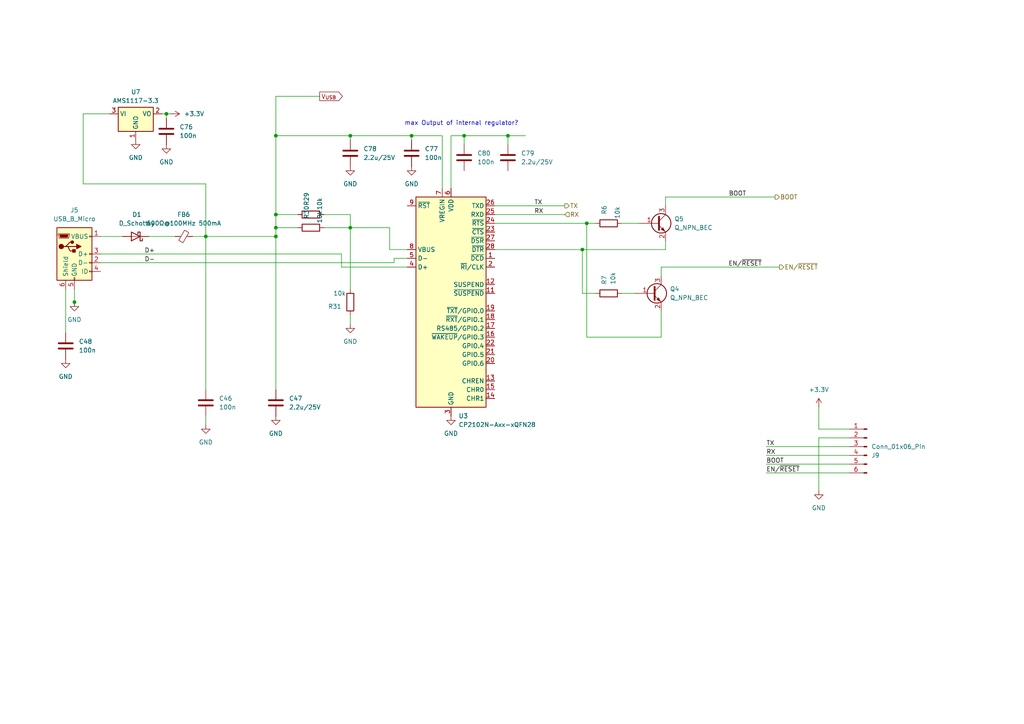
<source format=kicad_sch>
(kicad_sch (version 20231120) (generator "eeschema") (generator_version "8.0")
  (paper "A4")
  (lib_symbols
    (symbol "Connector:Conn_01x06_Pin" (pin_names (offset 1.016) hide)
      (property "Reference" "J" (at 0 7.62 0))
      (property "Value" "Conn_01x06_Pin" (at 0 -10.16 0))
      (symbol "Conn_01x06_Pin_1_1"
        (polyline (pts (xy 1.27 -7.62) (xy 0.8636 -7.62)) (stroke (width 0.1524)))
        (polyline (pts (xy 1.27 -5.08) (xy 0.8636 -5.08)) (stroke (width 0.1524)))
        (polyline (pts (xy 1.27 -2.54) (xy 0.8636 -2.54)) (stroke (width 0.1524)))
        (polyline (pts (xy 1.27 0) (xy 0.8636 0)) (stroke (width 0.1524)))
        (polyline (pts (xy 1.27 2.54) (xy 0.8636 2.54)) (stroke (width 0.1524)))
        (polyline (pts (xy 1.27 5.08) (xy 0.8636 5.08)) (stroke (width 0.1524)))
        (rectangle (start 0.8636 -7.493) (end 0 -7.747) (stroke (width 0.1524)) (fill (type outline)))
        (rectangle (start 0.8636 -4.953) (end 0 -5.207) (stroke (width 0.1524)) (fill (type outline)))
        (rectangle (start 0.8636 -2.413) (end 0 -2.667) (stroke (width 0.1524)) (fill (type outline)))
        (rectangle (start 0.8636 0.127) (end 0 -0.127) (stroke (width 0.1524)) (fill (type outline)))
        (rectangle (start 0.8636 2.667) (end 0 2.413) (stroke (width 0.1524)) (fill (type outline)))
        (rectangle (start 0.8636 5.207) (end 0 4.953) (stroke (width 0.1524)) (fill (type outline)))
        (pin passive line (at 5.08 5.08 180) (length 3.81) (name "Pin_1") (number "1"))
        (pin passive line (at 5.08 2.54 180) (length 3.81) (name "Pin_2") (number "2"))
        (pin passive line (at 5.08 0 180) (length 3.81) (name "Pin_3") (number "3"))
        (pin passive line (at 5.08 -2.54 180) (length 3.81) (name "Pin_4") (number "4"))
        (pin passive line (at 5.08 -5.08 180) (length 3.81) (name "Pin_5") (number "5"))
        (pin passive line (at 5.08 -7.62 180) (length 3.81) (name "Pin_6") (number "6"))
      )
    )
    (symbol "Connector:USB_B_Micro" (pin_names (offset 1.016))
      (property "Reference" "J" (at -5.08 11.43 0))
      (property "Value" "USB_B_Micro" (at -5.08 8.89 0))
      (symbol "USB_B_Micro_0_1"
        (rectangle (start -5.08 -7.62) (end 5.08 7.62) (stroke (width 0.254)) (fill (type background)))
        (circle (center -3.81 2.159) (radius 0.635) (stroke (width 0.254)) (fill (type outline)))
        (circle (center -0.635 3.429) (radius 0.381) (stroke (width 0.254)) (fill (type outline)))
        (rectangle (start -0.127 -7.62) (end 0.127 -6.858))
        (polyline (pts (xy -1.905 2.159) (xy 0.635 2.159)) (stroke (width 0.254)))
        (polyline (pts (xy -3.175 2.159) (xy -2.54 2.159) (xy -1.27 3.429) (xy -0.635 3.429)) (stroke (width 0.254)))
        (polyline (pts (xy -2.54 2.159) (xy -1.905 2.159) (xy -1.27 0.889) (xy 0 0.889)) (stroke (width 0.254)))
        (polyline (pts (xy 0.635 2.794) (xy 0.635 1.524) (xy 1.905 2.159) (xy 0.635 2.794)) (stroke (width 0.254)) (fill (type outline)))
        (polyline (pts (xy -4.318 5.588) (xy -1.778 5.588) (xy -2.032 4.826) (xy -4.064 4.826) (xy -4.318 5.588)) (fill (type outline)))
        (polyline (pts (xy -4.699 5.842) (xy -4.699 5.588) (xy -4.445 4.826) (xy -4.445 4.572) (xy -1.651 4.572) (xy -1.651 4.826) (xy -1.397 5.588) (xy -1.397 5.842) (xy -4.699 5.842)))
        (rectangle (start 0.254 1.27) (end -0.508 0.508) (stroke (width 0.254)) (fill (type outline)))
        (rectangle (start 5.08 -5.207) (end 4.318 -4.953))
        (rectangle (start 5.08 -2.667) (end 4.318 -2.413))
        (rectangle (start 5.08 -0.127) (end 4.318 0.127))
        (rectangle (start 5.08 4.953) (end 4.318 5.207))
      )
      (symbol "USB_B_Micro_1_1"
        (pin power_out line (at 7.62 5.08 180) (length 2.54) (name "VBUS") (number "1"))
        (pin bidirectional line (at 7.62 -2.54 180) (length 2.54) (name "D-") (number "2"))
        (pin bidirectional line (at 7.62 0 180) (length 2.54) (name "D+") (number "3"))
        (pin passive line (at 7.62 -5.08 180) (length 2.54) (name "ID") (number "4"))
        (pin power_out line (at 0 -10.16 90) (length 2.54) (name "GND") (number "5"))
        (pin passive line (at -2.54 -10.16 90) (length 2.54) (name "Shield") (number "6"))
      )
    )
    (symbol "Device:C" (pin_numbers hide) (pin_names (offset 0.254))
      (property "Reference" "C" (at 0.635 2.54 0))
      (property "Value" "C" (at 0.635 -2.54 0))
      (symbol "C_0_1"
        (polyline (pts (xy -2.032 -0.762) (xy 2.032 -0.762)) (stroke (width 0.508)))
        (polyline (pts (xy -2.032 0.762) (xy 2.032 0.762)) (stroke (width 0.508)))
      )
      (symbol "C_1_1"
        (pin passive line (at 0 3.81 270) (length 2.794) (name "~") (number "1"))
        (pin passive line (at 0 -3.81 90) (length 2.794) (name "~") (number "2"))
      )
    )
    (symbol "Device:D_Schottky" (pin_numbers hide) (pin_names (offset 1.016) hide)
      (property "Reference" "D" (at 0 2.54 0))
      (property "Value" "D_Schottky" (at 0 -2.54 0))
      (symbol "D_Schottky_0_1"
        (polyline (pts (xy 1.27 0) (xy -1.27 0)))
        (polyline (pts (xy 1.27 1.27) (xy 1.27 -1.27) (xy -1.27 0) (xy 1.27 1.27)) (stroke (width 0.254)))
        (polyline (pts (xy -1.905 0.635) (xy -1.905 1.27) (xy -1.27 1.27) (xy -1.27 -1.27) (xy -0.635 -1.27) (xy -0.635 -0.635)) (stroke (width 0.254)))
      )
      (symbol "D_Schottky_1_1"
        (pin passive line (at -3.81 0 0) (length 2.54) (name "K") (number "1"))
        (pin passive line (at 3.81 0 180) (length 2.54) (name "A") (number "2"))
      )
    )
    (symbol "Device:FerriteBead_Small" (pin_numbers hide) (pin_names (offset 0))
      (property "Reference" "FB" (at 1.905 1.27 0))
      (property "Value" "FerriteBead_Small" (at 1.905 -1.27 0))
      (symbol "FerriteBead_Small_0_1"
        (polyline (pts (xy 0 -1.27) (xy 0 -0.7874)))
        (polyline (pts (xy 0 0.889) (xy 0 1.2954)))
        (polyline (pts (xy -1.8288 0.2794) (xy -1.1176 1.4986) (xy 1.8288 -0.2032) (xy 1.1176 -1.4224) (xy -1.8288 0.2794)))
      )
      (symbol "FerriteBead_Small_1_1"
        (pin passive line (at 0 2.54 270) (length 1.27) (name "~") (number "1"))
        (pin passive line (at 0 -2.54 90) (length 1.27) (name "~") (number "2"))
      )
    )
    (symbol "Device:Q_NPN_BEC" (pin_names (offset 0) hide)
      (property "Reference" "Q" (at 5.08 1.27 0))
      (property "Value" "Q_NPN_BEC" (at 5.08 -1.27 0))
      (symbol "Q_NPN_BEC_0_1"
        (polyline (pts (xy 0.635 0.635) (xy 2.54 2.54)))
        (polyline (pts (xy 0.635 -0.635) (xy 2.54 -2.54) (xy 2.54 -2.54)))
        (polyline (pts (xy 0.635 1.905) (xy 0.635 -1.905) (xy 0.635 -1.905)) (stroke (width 0.508)))
        (polyline (pts (xy 1.27 -1.778) (xy 1.778 -1.27) (xy 2.286 -2.286) (xy 1.27 -1.778) (xy 1.27 -1.778)) (fill (type outline)))
        (circle (center 1.27 0) (radius 2.8194) (stroke (width 0.254)))
      )
      (symbol "Q_NPN_BEC_1_1"
        (pin input line (at -5.08 0 0) (length 5.715) (name "B") (number "1"))
        (pin passive line (at 2.54 -5.08 90) (length 2.54) (name "E") (number "2"))
        (pin passive line (at 2.54 5.08 270) (length 2.54) (name "C") (number "3"))
      )
    )
    (symbol "Device:R" (pin_numbers hide) (pin_names (offset 0))
      (property "Reference" "R" (at 2.032 0 90))
      (property "Value" "R" (at 0 0 90))
      (symbol "R_0_1"
        (rectangle (start -1.016 -2.54) (end 1.016 2.54) (stroke (width 0.254)))
      )
      (symbol "R_1_1"
        (pin passive line (at 0 3.81 270) (length 1.27) (name "~") (number "1"))
        (pin passive line (at 0 -3.81 90) (length 1.27) (name "~") (number "2"))
      )
    )
    (symbol "Interface_USB:CP2102N-Axx-xQFN28"
      (property "Reference" "U" (at -8.89 31.75 0))
      (property "Value" "CP2102N-Axx-xQFN28" (at 12.7 31.75 0))
      (symbol "CP2102N-Axx-xQFN28_0_1"
        (rectangle (start -10.16 30.48) (end 10.16 -30.48) (stroke (width 0.254)) (fill (type background)))
      )
      (symbol "CP2102N-Axx-xQFN28_1_1"
        (pin input line (at 12.7 12.7 180) (length 2.54) (name "~{DCD}") (number "1"))
        (pin no_connect line (at -10.16 -27.94 0) (length 2.54) hide (name "NC") (number "10"))
        (pin output line (at 12.7 2.54 180) (length 2.54) (name "~{SUSPEND}") (number "11"))
        (pin output line (at 12.7 5.08 180) (length 2.54) (name "SUSPEND") (number "12"))
        (pin output line (at 12.7 -22.86 180) (length 2.54) (name "CHREN") (number "13"))
        (pin output line (at 12.7 -27.94 180) (length 2.54) (name "CHR1") (number "14"))
        (pin output line (at 12.7 -25.4 180) (length 2.54) (name "CHR0") (number "15"))
        (pin bidirectional line (at 12.7 -10.16 180) (length 2.54) (name "~{WAKEUP}/GPIO.3") (number "16"))
        (pin bidirectional line (at 12.7 -7.62 180) (length 2.54) (name "RS485/GPIO.2") (number "17"))
        (pin bidirectional line (at 12.7 -5.08 180) (length 2.54) (name "~{RXT}/GPIO.1") (number "18"))
        (pin bidirectional line (at 12.7 -2.54 180) (length 2.54) (name "~{TXT}/GPIO.0") (number "19"))
        (pin bidirectional line (at 12.7 10.16 180) (length 2.54) (name "~{RI}/CLK") (number "2"))
        (pin bidirectional line (at 12.7 -17.78 180) (length 2.54) (name "GPIO.6") (number "20"))
        (pin bidirectional line (at 12.7 -15.24 180) (length 2.54) (name "GPIO.5") (number "21"))
        (pin bidirectional line (at 12.7 -12.7 180) (length 2.54) (name "GPIO.4") (number "22"))
        (pin input line (at 12.7 20.32 180) (length 2.54) (name "~{CTS}") (number "23"))
        (pin output line (at 12.7 22.86 180) (length 2.54) (name "~{RTS}") (number "24"))
        (pin input line (at 12.7 25.4 180) (length 2.54) (name "RXD") (number "25"))
        (pin output line (at 12.7 27.94 180) (length 2.54) (name "TXD") (number "26"))
        (pin input line (at 12.7 17.78 180) (length 2.54) (name "~{DSR}") (number "27"))
        (pin output line (at 12.7 15.24 180) (length 2.54) (name "~{DTR}") (number "28"))
        (pin passive line (at 0 -33.02 90) (length 2.54) hide (name "GND") (number "29"))
        (pin power_in line (at 0 -33.02 90) (length 2.54) (name "GND") (number "3"))
        (pin bidirectional line (at -12.7 10.16 0) (length 2.54) (name "D+") (number "4"))
        (pin bidirectional line (at -12.7 12.7 0) (length 2.54) (name "D-") (number "5"))
        (pin power_in line (at 0 33.02 270) (length 2.54) (name "VDD") (number "6"))
        (pin power_in line (at -2.54 33.02 270) (length 2.54) (name "VREGIN") (number "7"))
        (pin input line (at -12.7 15.24 0) (length 2.54) (name "VBUS") (number "8"))
        (pin input line (at -12.7 27.94 0) (length 2.54) (name "~{RST}") (number "9"))
      )
    )
    (symbol "Regulator_Linear:AMS1117-3.3"
      (property "Reference" "U" (at -3.81 3.175 0))
      (property "Value" "AMS1117-3.3" (at 0 3.175 0))
      (symbol "AMS1117-3.3_0_1"
        (rectangle (start -5.08 -5.08) (end 5.08 1.905) (stroke (width 0.254)) (fill (type background)))
      )
      (symbol "AMS1117-3.3_1_1"
        (pin power_in line (at 0 -7.62 90) (length 2.54) (name "GND") (number "1"))
        (pin power_out line (at 7.62 0 180) (length 2.54) (name "VO") (number "2"))
        (pin power_in line (at -7.62 0 0) (length 2.54) (name "VI") (number "3"))
      )
    )
    (symbol "power:+3.3V" (power) (pin_numbers hide) (pin_names (offset 0) hide)
      (property "Value" "+3.3V" (at 0 3.556 0))
      (symbol "+3.3V_0_1"
        (polyline (pts (xy -0.762 1.27) (xy 0 2.54)))
        (polyline (pts (xy 0 0) (xy 0 2.54)))
        (polyline (pts (xy 0 2.54) (xy 0.762 1.27)))
      )
      (symbol "+3.3V_1_1"
        (pin power_in line (at 0 0 90) (length 0) (name "~") (number "1"))
      )
    )
    (symbol "power:GND" (power) (pin_numbers hide) (pin_names (offset 0) hide)
      (property "Value" "GND" (at 0 -3.81 0))
      (symbol "GND_0_1"
        (polyline (pts (xy 0 0) (xy 0 -1.27) (xy 1.27 -1.27) (xy 0 -2.54) (xy -1.27 -1.27) (xy 0 -1.27)))
      )
      (symbol "GND_1_1"
        (pin power_in line (at 0 0 270) (length 0) (name "~") (number "1"))
      )
    )
  )
  (junction (at 168.91 72.39))
  (junction (at 119.38 39.37))
  (junction (at 101.6 66.04))
  (junction (at 170.18 64.77))
  (junction (at 80.01 39.37))
  (junction (at 147.32 39.37))
  (junction (at 59.69 68.58))
  (junction (at 80.01 62.23))
  (junction (at 80.01 68.58))
  (junction (at 101.6 39.37))
  (junction (at 80.01 66.04))
  (junction (at 134.62 39.37))
  (junction (at 21.59 87.63))
  (junction (at 48.26 33.02))
  (wire (pts (xy 168.91 72.39) (xy 168.91 85.09)))
  (wire (pts (xy 48.26 33.02) (xy 49.53 33.02)))
  (wire (pts (xy 46.99 33.02) (xy 48.26 33.02)))
  (wire (pts (xy 93.98 66.04) (xy 101.6 66.04)))
  (wire (pts (xy 193.04 59.69) (xy 193.04 57.15)))
  (wire (pts (xy 128.27 54.61) (xy 128.27 39.37)))
  (wire (pts (xy 80.01 62.23) (xy 80.01 66.04)))
  (wire (pts (xy 237.49 127) (xy 237.49 142.24)))
  (wire (pts (xy 24.13 33.02) (xy 31.75 33.02)))
  (wire (pts (xy 80.01 39.37) (xy 101.6 39.37)))
  (wire (pts (xy 128.27 39.37) (xy 119.38 39.37)))
  (wire (pts (xy 80.01 68.58) (xy 80.01 113.03)))
  (wire (pts (xy 222.25 137.16) (xy 246.38 137.16)))
  (wire (pts (xy 29.21 76.2) (xy 114.3 76.2)))
  (wire (pts (xy 191.77 77.47) (xy 226.06 77.47)))
  (wire (pts (xy 222.25 134.62) (xy 246.38 134.62)))
  (wire (pts (xy 80.01 39.37) (xy 80.01 62.23)))
  (wire (pts (xy 119.38 39.37) (xy 119.38 40.64)))
  (wire (pts (xy 21.59 83.82) (xy 21.59 87.63)))
  (wire (pts (xy 59.69 68.58) (xy 80.01 68.58)))
  (wire (pts (xy 170.18 64.77) (xy 172.72 64.77)))
  (wire (pts (xy 48.26 33.02) (xy 48.26 34.29)))
  (wire (pts (xy 191.77 90.17) (xy 191.77 97.79)))
  (wire (pts (xy 222.25 132.08) (xy 246.38 132.08)))
  (wire (pts (xy 55.88 68.58) (xy 59.69 68.58)))
  (wire (pts (xy 59.69 68.58) (xy 59.69 53.34)))
  (wire (pts (xy 180.34 85.09) (xy 184.15 85.09)))
  (wire (pts (xy 101.6 40.64) (xy 101.6 39.37)))
  (wire (pts (xy 168.91 72.39) (xy 193.04 72.39)))
  (wire (pts (xy 114.3 74.93) (xy 118.11 74.93)))
  (wire (pts (xy 193.04 57.15) (xy 224.79 57.15)))
  (wire (pts (xy 143.51 59.69) (xy 163.83 59.69)))
  (wire (pts (xy 59.69 123.19) (xy 59.69 120.65)))
  (wire (pts (xy 237.49 124.46) (xy 246.38 124.46)))
  (wire (pts (xy 80.01 27.94) (xy 92.71 27.94)))
  (wire (pts (xy 101.6 39.37) (xy 119.38 39.37)))
  (wire (pts (xy 143.51 72.39) (xy 168.91 72.39)))
  (wire (pts (xy 80.01 27.94) (xy 80.01 39.37)))
  (wire (pts (xy 114.3 76.2) (xy 114.3 74.93)))
  (wire (pts (xy 113.03 72.39) (xy 118.11 72.39)))
  (wire (pts (xy 191.77 80.01) (xy 191.77 77.47)))
  (wire (pts (xy 80.01 62.23) (xy 86.36 62.23)))
  (wire (pts (xy 21.59 88.9) (xy 21.59 87.63)))
  (wire (pts (xy 168.91 85.09) (xy 172.72 85.09)))
  (wire (pts (xy 130.81 39.37) (xy 134.62 39.37)))
  (wire (pts (xy 237.49 127) (xy 246.38 127)))
  (wire (pts (xy 29.21 73.66) (xy 99.06 73.66)))
  (wire (pts (xy 222.25 129.54) (xy 246.38 129.54)))
  (wire (pts (xy 130.81 54.61) (xy 130.81 39.37)))
  (wire (pts (xy 134.62 39.37) (xy 147.32 39.37)))
  (wire (pts (xy 24.13 53.34) (xy 24.13 33.02)))
  (wire (pts (xy 134.62 39.37) (xy 134.62 41.91)))
  (wire (pts (xy 147.32 39.37) (xy 152.4 39.37)))
  (wire (pts (xy 93.98 62.23) (xy 101.6 62.23)))
  (wire (pts (xy 59.69 113.03) (xy 59.69 68.58)))
  (wire (pts (xy 19.05 83.82) (xy 19.05 96.52)))
  (wire (pts (xy 80.01 66.04) (xy 80.01 68.58)))
  (wire (pts (xy 191.77 97.79) (xy 170.18 97.79)))
  (wire (pts (xy 86.36 66.04) (xy 80.01 66.04)))
  (wire (pts (xy 147.32 39.37) (xy 147.32 41.91)))
  (wire (pts (xy 170.18 64.77) (xy 170.18 97.79)))
  (wire (pts (xy 113.03 66.04) (xy 113.03 72.39)))
  (wire (pts (xy 50.8 68.58) (xy 43.18 68.58)))
  (wire (pts (xy 143.51 64.77) (xy 170.18 64.77)))
  (wire (pts (xy 59.69 53.34) (xy 24.13 53.34)))
  (wire (pts (xy 163.83 62.23) (xy 143.51 62.23)))
  (wire (pts (xy 99.06 77.47) (xy 118.11 77.47)))
  (wire (pts (xy 180.34 64.77) (xy 185.42 64.77)))
  (wire (pts (xy 35.56 68.58) (xy 29.21 68.58)))
  (wire (pts (xy 99.06 73.66) (xy 99.06 77.47)))
  (wire (pts (xy 101.6 66.04) (xy 101.6 62.23)))
  (wire (pts (xy 237.49 118.11) (xy 237.49 124.46)))
  (wire (pts (xy 101.6 66.04) (xy 101.6 83.82)))
  (wire (pts (xy 101.6 91.44) (xy 101.6 93.98)))
  (wire (pts (xy 101.6 66.04) (xy 113.03 66.04)))
  (wire (pts (xy 193.04 69.85) (xy 193.04 72.39)))
  (text "max Output of internal regulator?" (at 133.858 35.814 0) (effects (font (size 1.27 1.27))))
  (label "TX" (at 154.94 59.69 0))
  (label "RX" (at 154.94 62.23 0))
  (label "TX" (at 222.25 129.54 0))
  (label "BOOT" (at 211.3489 57.15 0))
  (label "RX" (at 222.25 132.08 0))
  (label "D-" (at 41.91 76.2 0))
  (label "BOOT" (at 222.25 134.62 0))
  (label "EN{slash}~{RESET}" (at 211.243 77.47 0))
  (label "D+" (at 41.91 73.66 0))
  (label "EN{slash}~{RESET}" (at 222.25 137.16 0))
  (global_label "V_{USB}" (shape output) (at 92.71 27.94 0) (property "Intersheetrefs" "${INTERSHEET_REFS}" (effects (hide yes))))
  (hierarchical_label "EN{slash}~{RESET}" (shape output) (at 226.06 77.47 0))
  (hierarchical_label "RX" (shape input) (at 163.83 62.23 0))
  (hierarchical_label "BOOT" (shape output) (at 224.79 57.15 0))
  (hierarchical_label "TX" (shape output) (at 163.83 59.69 0))
  (symbol (lib_id "power:GND") (at 19.05 104.14 0) (unit 1)
    (property "Reference" "#PWR074" (effects (hide yes)))
    (property "Value" "GND" (at 19.05 109.22 0))
    (property "Description" "Power symbol creates a global label with name \"GND\" , ground" (effects (hide yes)))
  )
  (symbol (lib_id "power:GND") (at 101.6 48.26 0) (unit 1)
    (property "Reference" "#PWR0100" (effects (hide yes)))
    (property "Value" "GND" (at 101.6 53.34 0))
    (property "Description" "Power symbol creates a global label with name \"GND\" , ground" (effects (hide yes)))
  )
  (symbol (lib_id "power:GND") (at 48.26 41.91 0) (unit 1)
    (property "Reference" "#PWR097" (effects (hide yes)))
    (property "Value" "GND" (at 48.26 46.99 0))
    (property "Description" "Power symbol creates a global label with name \"GND\" , ground" (effects (hide yes)))
  )
  (symbol (lib_id "Device:D_Schottky") (at 39.37 68.58 180) (unit 1)
    (property "Reference" "D1" (at 39.6875 62.23 0))
    (property "Value" "D_Schottky" (at 39.6875 64.77 0))
    (property "Footprint" "Diode_SMD:D_0603_1608Metric" (effects (hide yes)))
    (property "Description" "Schottky diode" (effects (hide yes)))
  )
  (symbol (lib_id "Device:C") (at 80.01 116.84 0) (unit 1)
    (property "Reference" "C47" (at 83.82 115.5699 0) (effects (justify left)))
    (property "Value" "2.2u/25V" (at 83.82 118.1099 0) (effects (justify left)))
    (property "Footprint" "Capacitor_SMD:C_0805_2012Metric" (effects (hide yes)))
    (property "Description" "Unpolarized capacitor" (effects (hide yes)))
  )
  (symbol (lib_id "Device:Q_NPN_BEC") (at 189.23 85.09 0) (unit 1)
    (property "Reference" "Q4" (at 194.31 83.8199 0) (effects (justify left)))
    (property "Value" "Q_NPN_BEC" (at 194.31 86.3599 0) (effects (justify left)))
    (property "Footprint" "Package_TO_SOT_SMD:SOT-23" (effects (hide yes)))
    (property "Description" "NPN transistor, base/emitter/collector" (effects (hide yes)))
  )
  (symbol (lib_id "power:GND") (at 119.38 48.26 0) (unit 1)
    (property "Reference" "#PWR099" (effects (hide yes)))
    (property "Value" "GND" (at 119.38 53.34 0))
    (property "Description" "Power symbol creates a global label with name \"GND\" , ground" (effects (hide yes)))
  )
  (symbol (lib_id "Device:R") (at 176.53 85.09 90) (unit 1)
    (property "Reference" "R7" (at 175.2599 82.55 0) (effects (justify left)))
    (property "Value" "10k" (at 177.7999 82.55 0) (effects (justify left)))
    (property "Footprint" "Resistor_SMD:R_0603_1608Metric" (effects (hide yes)))
    (property "Description" "Resistor" (effects (hide yes)))
  )
  (symbol (lib_id "power:GND") (at 39.37 40.64 0) (unit 1)
    (property "Reference" "#PWR096" (effects (hide yes)))
    (property "Value" "GND" (at 39.37 45.72 0))
    (property "Description" "Power symbol creates a global label with name \"GND\" , ground" (effects (hide yes)))
  )
  (symbol (lib_id "power:GND") (at 237.49 142.24 0) (unit 1)
    (property "Reference" "#PWR069" (effects (hide yes)))
    (property "Value" "GND" (at 237.49 147.32 0))
    (property "Description" "Power symbol creates a global label with name \"GND\" , ground" (effects (hide yes)))
  )
  (symbol (lib_id "power:GND") (at 101.6 93.98 0) (unit 1)
    (property "Reference" "#PWR0101" (effects (hide yes)))
    (property "Value" "GND" (at 101.6 99.06 0))
    (property "Description" "Power symbol creates a global label with name \"GND\" , ground" (effects (hide yes)))
  )
  (symbol (lib_id "power:+3.3V") (at 237.49 118.11 0) (unit 1)
    (property "Reference" "#PWR070" (effects (hide yes)))
    (property "Value" "+3.3V" (at 237.49 113.03 0))
    (property "Description" "Power symbol creates a global label with name \"+3.3V\"" (effects (hide yes)))
  )
  (symbol (lib_id "Device:Q_NPN_BEC") (at 190.5 64.77 0) (unit 1)
    (property "Reference" "Q5" (at 195.58 63.4999 0) (effects (justify left)))
    (property "Value" "Q_NPN_BEC" (at 195.58 66.0399 0) (effects (justify left)))
    (property "Footprint" "Package_TO_SOT_SMD:SOT-23" (effects (hide yes)))
    (property "Description" "NPN transistor, base/emitter/collector" (effects (hide yes)))
  )
  (symbol (lib_id "Regulator_Linear:AMS1117-3.3") (at 39.37 33.02 0) (unit 1)
    (property "Reference" "U7" (at 39.37 26.67 0))
    (property "Value" "AMS1117-3.3" (at 39.37 29.21 0))
    (property "Footprint" "Package_TO_SOT_SMD:SOT-223-3_TabPin2" (effects (hide yes)))
    (property "Datasheet" "http://www.advanced-monolithic.com/pdf/ds1117.pdf" (effects (hide yes)))
    (property "Description" "1A Low Dropout regulator, positive, 3.3V fixed output, SOT-223" (effects (hide yes)))
  )
  (symbol (lib_id "power:GND") (at 130.81 120.65 0) (unit 1)
    (property "Reference" "#PWR09" (effects (hide yes)))
    (property "Value" "GND" (at 130.81 125.73 0))
    (property "Description" "Power symbol creates a global label with name \"GND\" , ground" (effects (hide yes)))
  )
  (symbol (lib_id "Device:C") (at 59.69 116.84 0) (unit 1)
    (property "Reference" "C46" (at 63.5 115.5699 0) (effects (justify left)))
    (property "Value" "100n" (at 63.5 118.1099 0) (effects (justify left)))
    (property "Footprint" "Capacitor_SMD:C_0603_1608Metric" (effects (hide yes)))
    (property "Description" "Unpolarized capacitor" (effects (hide yes)))
  )
  (symbol (lib_id "Device:R") (at 90.17 62.23 90) (unit 1)
    (property "Reference" "R29" (at 88.8999 59.69 0) (effects (justify left)))
    (property "Value" "10k" (at 92.7099 60.96 0) (effects (justify left)))
    (property "Footprint" "Resistor_SMD:R_0603_1608Metric" (effects (hide yes)))
    (property "Description" "Resistor" (effects (hide yes)))
  )
  (symbol (lib_id "Device:R") (at 90.17 66.04 90) (unit 1)
    (property "Reference" "R30" (at 88.8999 63.5 0) (effects (justify left)))
    (property "Value" "10k" (at 92.7099 64.77 0) (effects (justify left)))
    (property "Footprint" "Resistor_SMD:R_0603_1608Metric" (effects (hide yes)))
    (property "Description" "Resistor" (effects (hide yes)))
  )
  (symbol (lib_id "Device:C") (at 147.32 45.72 0) (unit 1)
    (property "Reference" "C79" (at 151.13 44.4499 0) (effects (justify left)))
    (property "Value" "2.2u/25V" (at 151.13 46.9899 0) (effects (justify left)))
    (property "Footprint" "Capacitor_SMD:C_0805_2012Metric" (effects (hide yes)))
    (property "Description" "Unpolarized capacitor" (effects (hide yes)))
  )
  (symbol (lib_id "Device:C") (at 119.38 44.45 0) (unit 1)
    (property "Reference" "C77" (at 123.19 43.1799 0) (effects (justify left)))
    (property "Value" "100n" (at 123.19 45.7199 0) (effects (justify left)))
    (property "Footprint" "Capacitor_SMD:C_0603_1608Metric" (effects (hide yes)))
    (property "Description" "Unpolarized capacitor" (effects (hide yes)))
  )
  (symbol (lib_id "Connector:Conn_01x06_Pin") (at 251.46 129.54 0) (mirror y) (unit 1)
    (property "Reference" "J9" (at 252.73 132.0801 0) (effects (justify right)))
    (property "Value" "Conn_01x06_Pin" (at 252.73 129.5401 0) (effects (justify right)))
    (property "Footprint" "Connector_PinHeader_2.54mm:PinHeader_1x06_P2.54mm_Vertical" (effects (hide yes)))
    (property "Description" "Generic connector, single row, 01x06, script generated" (effects (hide yes)))
  )
  (symbol (lib_id "Device:FerriteBead_Small") (at 53.34 68.58 90) (unit 1)
    (property "Reference" "FB6" (at 53.3019 62.23 90))
    (property "Value" "600Ω@100MHz 500mA" (at 53.3019 64.77 90))
    (property "Footprint" "Inductor_SMD:L_0805_2012Metric" (effects (hide yes)))
    (property "Description" "Ferrite bead, small symbol" (effects (hide yes)))
    (property "JLCPCB#" "C1017" (effects (hide yes)))
  )
  (symbol (lib_id "power:+3.3V") (at 49.53 33.02 270) (unit 1)
    (property "Reference" "#PWR098" (effects (hide yes)))
    (property "Value" "+3.3V" (at 53.34 33.0199 90) (effects (justify left)))
    (property "Description" "Power symbol creates a global label with name \"+3.3V\"" (effects (hide yes)))
  )
  (symbol (lib_id "Device:C") (at 134.62 45.72 0) (unit 1)
    (property "Reference" "C80" (at 138.43 44.4499 0) (effects (justify left)))
    (property "Value" "100n" (at 138.43 46.9899 0) (effects (justify left)))
    (property "Footprint" "Capacitor_SMD:C_0603_1608Metric" (effects (hide yes)))
    (property "Description" "Unpolarized capacitor" (effects (hide yes)))
  )
  (symbol (lib_id "Device:C") (at 101.6 44.45 0) (unit 1)
    (property "Reference" "C78" (at 105.41 43.1799 0) (effects (justify left)))
    (property "Value" "2.2u/25V" (at 105.41 45.7199 0) (effects (justify left)))
    (property "Footprint" "Capacitor_SMD:C_0805_2012Metric" (effects (hide yes)))
    (property "Description" "Unpolarized capacitor" (effects (hide yes)))
  )
  (symbol (lib_id "Device:R") (at 101.6 87.63 180) (unit 1)
    (property "Reference" "R31" (at 99.06 88.9001 0) (effects (justify left)))
    (property "Value" "10k" (at 100.33 85.0901 0) (effects (justify left)))
    (property "Footprint" "Resistor_SMD:R_0603_1608Metric" (effects (hide yes)))
    (property "Description" "Resistor" (effects (hide yes)))
  )
  (symbol (lib_id "Device:C") (at 19.05 100.33 0) (unit 1)
    (property "Reference" "C48" (at 22.86 99.0599 0) (effects (justify left)))
    (property "Value" "100n" (at 22.86 101.5999 0) (effects (justify left)))
    (property "Footprint" "Capacitor_SMD:C_0603_1608Metric" (effects (hide yes)))
    (property "Description" "Unpolarized capacitor" (effects (hide yes)))
  )
  (symbol (lib_id "power:GND") (at 80.01 120.65 0) (unit 1)
    (property "Reference" "#PWR073" (effects (hide yes)))
    (property "Value" "GND" (at 80.01 125.73 0))
    (property "Description" "Power symbol creates a global label with name \"GND\" , ground" (effects (hide yes)))
  )
  (symbol (lib_id "power:GND") (at 59.69 123.19 0) (unit 1)
    (property "Reference" "#PWR071" (effects (hide yes)))
    (property "Value" "GND" (at 59.69 128.27 0))
    (property "Description" "Power symbol creates a global label with name \"GND\" , ground" (effects (hide yes)))
  )
  (symbol (lib_id "Connector:USB_B_Micro") (at 21.59 73.66 0) (unit 1)
    (property "Reference" "J5" (at 21.59 60.96 0))
    (property "Value" "USB_B_Micro" (at 21.59 63.5 0))
    (property "Footprint" "Connector_USB:USB_Micro-B_Wuerth_629105150521_CircularHoles" (effects (hide yes)))
    (property "Description" "USB Micro Type B connector" (effects (hide yes)))
  )
  (symbol (lib_id "Interface_USB:CP2102N-Axx-xQFN28") (at 130.81 87.63 0) (unit 1)
    (property "Reference" "U3" (at 133.0041 120.65 0) (effects (justify left)))
    (property "Value" "CP2102N-Axx-xQFN28" (at 133.0041 123.19 0) (effects (justify left)))
    (property "Footprint" "Package_DFN_QFN:QFN-28-1EP_5x5mm_P0.5mm_EP3.35x3.35mm" (effects (hide yes)))
    (property "Datasheet" "https://www.silabs.com/documents/public/data-sheets/cp2102n-datasheet.pdf" (effects (hide yes)))
    (property "Description" "USB to UART master bridge, QFN-28" (effects (hide yes)))
  )
  (symbol (lib_id "Device:C") (at 48.26 38.1 0) (unit 1)
    (property "Reference" "C76" (at 52.07 36.8299 0) (effects (justify left)))
    (property "Value" "100n" (at 52.07 39.3699 0) (effects (justify left)))
    (property "Footprint" "Capacitor_SMD:C_0603_1608Metric" (effects (hide yes)))
    (property "Description" "Unpolarized capacitor" (effects (hide yes)))
  )
  (symbol (lib_id "Device:R") (at 176.53 64.77 90) (unit 1)
    (property "Reference" "R6" (at 175.2599 62.23 0) (effects (justify left)))
    (property "Value" "10k" (at 179.0699 63.5 0) (effects (justify left)))
    (property "Footprint" "Resistor_SMD:R_0603_1608Metric" (effects (hide yes)))
    (property "Description" "Resistor" (effects (hide yes)))
  )
  (symbol (lib_id "power:GND") (at 21.59 87.63 0) (unit 1)
    (property "Reference" "#PWR068" (effects (hide yes)))
    (property "Value" "GND" (at 21.59 92.71 0))
    (property "Description" "Power symbol creates a global label with name \"GND\" , ground" (effects (hide yes)))
  )
)
</source>
